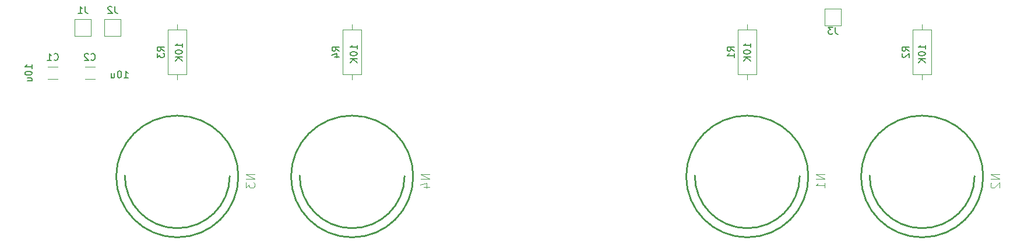
<source format=gbo>
%TF.GenerationSoftware,KiCad,Pcbnew,(5.1.9-0-10_14)*%
%TF.CreationDate,2021-02-12T19:32:22+01:00*%
%TF.ProjectId,nixie_clock,6e697869-655f-4636-9c6f-636b2e6b6963,v01*%
%TF.SameCoordinates,Original*%
%TF.FileFunction,Legend,Bot*%
%TF.FilePolarity,Positive*%
%FSLAX46Y46*%
G04 Gerber Fmt 4.6, Leading zero omitted, Abs format (unit mm)*
G04 Created by KiCad (PCBNEW (5.1.9-0-10_14)) date 2021-02-12 19:32:22*
%MOMM*%
%LPD*%
G01*
G04 APERTURE LIST*
%ADD10C,0.150000*%
%ADD11C,0.120000*%
%ADD12C,0.254000*%
%ADD13C,0.101600*%
G04 APERTURE END LIST*
D10*
X66174857Y-63952380D02*
X66746285Y-63952380D01*
X66460571Y-63952380D02*
X66460571Y-62952380D01*
X66555809Y-63095238D01*
X66651047Y-63190476D01*
X66746285Y-63238095D01*
X65555809Y-62952380D02*
X65460571Y-62952380D01*
X65365333Y-63000000D01*
X65317714Y-63047619D01*
X65270095Y-63142857D01*
X65222476Y-63333333D01*
X65222476Y-63571428D01*
X65270095Y-63761904D01*
X65317714Y-63857142D01*
X65365333Y-63904761D01*
X65460571Y-63952380D01*
X65555809Y-63952380D01*
X65651047Y-63904761D01*
X65698666Y-63857142D01*
X65746285Y-63761904D01*
X65793904Y-63571428D01*
X65793904Y-63333333D01*
X65746285Y-63142857D01*
X65698666Y-63047619D01*
X65651047Y-63000000D01*
X65555809Y-62952380D01*
X64365333Y-63285714D02*
X64365333Y-63952380D01*
X64793904Y-63285714D02*
X64793904Y-63809523D01*
X64746285Y-63904761D01*
X64651047Y-63952380D01*
X64508190Y-63952380D01*
X64412952Y-63904761D01*
X64365333Y-63857142D01*
X52776380Y-62603142D02*
X52776380Y-62031714D01*
X52776380Y-62317428D02*
X51776380Y-62317428D01*
X51919238Y-62222190D01*
X52014476Y-62126952D01*
X52062095Y-62031714D01*
X51776380Y-63222190D02*
X51776380Y-63317428D01*
X51824000Y-63412666D01*
X51871619Y-63460285D01*
X51966857Y-63507904D01*
X52157333Y-63555523D01*
X52395428Y-63555523D01*
X52585904Y-63507904D01*
X52681142Y-63460285D01*
X52728761Y-63412666D01*
X52776380Y-63317428D01*
X52776380Y-63222190D01*
X52728761Y-63126952D01*
X52681142Y-63079333D01*
X52585904Y-63031714D01*
X52395428Y-62984095D01*
X52157333Y-62984095D01*
X51966857Y-63031714D01*
X51871619Y-63079333D01*
X51824000Y-63126952D01*
X51776380Y-63222190D01*
X52109714Y-64412666D02*
X52776380Y-64412666D01*
X52109714Y-63984095D02*
X52633523Y-63984095D01*
X52728761Y-64031714D01*
X52776380Y-64126952D01*
X52776380Y-64269809D01*
X52728761Y-64365047D01*
X52681142Y-64412666D01*
X74620380Y-59507523D02*
X74620380Y-58936095D01*
X74620380Y-59221809D02*
X73620380Y-59221809D01*
X73763238Y-59126571D01*
X73858476Y-59031333D01*
X73906095Y-58936095D01*
X73620380Y-60126571D02*
X73620380Y-60221809D01*
X73668000Y-60317047D01*
X73715619Y-60364666D01*
X73810857Y-60412285D01*
X74001333Y-60459904D01*
X74239428Y-60459904D01*
X74429904Y-60412285D01*
X74525142Y-60364666D01*
X74572761Y-60317047D01*
X74620380Y-60221809D01*
X74620380Y-60126571D01*
X74572761Y-60031333D01*
X74525142Y-59983714D01*
X74429904Y-59936095D01*
X74239428Y-59888476D01*
X74001333Y-59888476D01*
X73810857Y-59936095D01*
X73715619Y-59983714D01*
X73668000Y-60031333D01*
X73620380Y-60126571D01*
X74620380Y-60888476D02*
X73620380Y-60888476D01*
X74620380Y-61459904D02*
X74048952Y-61031333D01*
X73620380Y-61459904D02*
X74191809Y-60888476D01*
X100020380Y-59761523D02*
X100020380Y-59190095D01*
X100020380Y-59475809D02*
X99020380Y-59475809D01*
X99163238Y-59380571D01*
X99258476Y-59285333D01*
X99306095Y-59190095D01*
X99020380Y-60380571D02*
X99020380Y-60475809D01*
X99068000Y-60571047D01*
X99115619Y-60618666D01*
X99210857Y-60666285D01*
X99401333Y-60713904D01*
X99639428Y-60713904D01*
X99829904Y-60666285D01*
X99925142Y-60618666D01*
X99972761Y-60571047D01*
X100020380Y-60475809D01*
X100020380Y-60380571D01*
X99972761Y-60285333D01*
X99925142Y-60237714D01*
X99829904Y-60190095D01*
X99639428Y-60142476D01*
X99401333Y-60142476D01*
X99210857Y-60190095D01*
X99115619Y-60237714D01*
X99068000Y-60285333D01*
X99020380Y-60380571D01*
X100020380Y-61142476D02*
X99020380Y-61142476D01*
X100020380Y-61713904D02*
X99448952Y-61285333D01*
X99020380Y-61713904D02*
X99591809Y-61142476D01*
X182570380Y-59761523D02*
X182570380Y-59190095D01*
X182570380Y-59475809D02*
X181570380Y-59475809D01*
X181713238Y-59380571D01*
X181808476Y-59285333D01*
X181856095Y-59190095D01*
X181570380Y-60380571D02*
X181570380Y-60475809D01*
X181618000Y-60571047D01*
X181665619Y-60618666D01*
X181760857Y-60666285D01*
X181951333Y-60713904D01*
X182189428Y-60713904D01*
X182379904Y-60666285D01*
X182475142Y-60618666D01*
X182522761Y-60571047D01*
X182570380Y-60475809D01*
X182570380Y-60380571D01*
X182522761Y-60285333D01*
X182475142Y-60237714D01*
X182379904Y-60190095D01*
X182189428Y-60142476D01*
X181951333Y-60142476D01*
X181760857Y-60190095D01*
X181665619Y-60237714D01*
X181618000Y-60285333D01*
X181570380Y-60380571D01*
X182570380Y-61142476D02*
X181570380Y-61142476D01*
X182570380Y-61713904D02*
X181998952Y-61285333D01*
X181570380Y-61713904D02*
X182141809Y-61142476D01*
X157170380Y-59507523D02*
X157170380Y-58936095D01*
X157170380Y-59221809D02*
X156170380Y-59221809D01*
X156313238Y-59126571D01*
X156408476Y-59031333D01*
X156456095Y-58936095D01*
X156170380Y-60126571D02*
X156170380Y-60221809D01*
X156218000Y-60317047D01*
X156265619Y-60364666D01*
X156360857Y-60412285D01*
X156551333Y-60459904D01*
X156789428Y-60459904D01*
X156979904Y-60412285D01*
X157075142Y-60364666D01*
X157122761Y-60317047D01*
X157170380Y-60221809D01*
X157170380Y-60126571D01*
X157122761Y-60031333D01*
X157075142Y-59983714D01*
X156979904Y-59936095D01*
X156789428Y-59888476D01*
X156551333Y-59888476D01*
X156360857Y-59936095D01*
X156265619Y-59983714D01*
X156218000Y-60031333D01*
X156170380Y-60126571D01*
X157170380Y-60888476D02*
X156170380Y-60888476D01*
X157170380Y-61459904D02*
X156598952Y-61031333D01*
X156170380Y-61459904D02*
X156741809Y-60888476D01*
D11*
%TO.C,R2*%
X180748000Y-56928000D02*
X183488000Y-56928000D01*
X183488000Y-56928000D02*
X183488000Y-63468000D01*
X183488000Y-63468000D02*
X180748000Y-63468000D01*
X180748000Y-63468000D02*
X180748000Y-56928000D01*
X182118000Y-56158000D02*
X182118000Y-56928000D01*
X182118000Y-64238000D02*
X182118000Y-63468000D01*
D12*
%TO.C,N2*%
X190990220Y-78323440D02*
G75*
G03*
X190990220Y-78323440I-8872220J0D01*
G01*
X189738000Y-78323440D02*
G75*
G02*
X174498000Y-78165960I-7620000J78740D01*
G01*
%TO.C,N3*%
X82786220Y-78323440D02*
G75*
G03*
X82786220Y-78323440I-8872220J0D01*
G01*
X81534000Y-78323440D02*
G75*
G02*
X66294000Y-78165960I-7620000J78740D01*
G01*
%TO.C,N4*%
X108186220Y-78323440D02*
G75*
G03*
X108186220Y-78323440I-8872220J0D01*
G01*
X106934000Y-78323440D02*
G75*
G02*
X91694000Y-78165960I-7620000J78740D01*
G01*
D11*
%TO.C,R1*%
X155348000Y-56928000D02*
X158088000Y-56928000D01*
X158088000Y-56928000D02*
X158088000Y-63468000D01*
X158088000Y-63468000D02*
X155348000Y-63468000D01*
X155348000Y-63468000D02*
X155348000Y-56928000D01*
X156718000Y-56158000D02*
X156718000Y-56928000D01*
X156718000Y-64238000D02*
X156718000Y-63468000D01*
%TO.C,R3*%
X73914000Y-64238000D02*
X73914000Y-63468000D01*
X73914000Y-56158000D02*
X73914000Y-56928000D01*
X72544000Y-63468000D02*
X72544000Y-56928000D01*
X75284000Y-63468000D02*
X72544000Y-63468000D01*
X75284000Y-56928000D02*
X75284000Y-63468000D01*
X72544000Y-56928000D02*
X75284000Y-56928000D01*
%TO.C,R4*%
X99314000Y-64238000D02*
X99314000Y-63468000D01*
X99314000Y-56158000D02*
X99314000Y-56928000D01*
X97944000Y-63468000D02*
X97944000Y-56928000D01*
X100684000Y-63468000D02*
X97944000Y-63468000D01*
X100684000Y-56928000D02*
X100684000Y-63468000D01*
X97944000Y-56928000D02*
X100684000Y-56928000D01*
D12*
%TO.C,N1*%
X165590220Y-78323440D02*
G75*
G03*
X165590220Y-78323440I-8872220J0D01*
G01*
X164338000Y-78323440D02*
G75*
G02*
X149098000Y-78165960I-7620000J78740D01*
G01*
D11*
%TO.C,C1*%
X55130248Y-64156000D02*
X56552752Y-64156000D01*
X55130248Y-62336000D02*
X56552752Y-62336000D01*
%TO.C,C2*%
X61925252Y-64156000D02*
X60502748Y-64156000D01*
X61925252Y-62336000D02*
X60502748Y-62336000D01*
%TO.C,J2*%
X63316000Y-55442000D02*
X63316000Y-57842000D01*
X65716000Y-55442000D02*
X63316000Y-55442000D01*
X65716000Y-57842000D02*
X65716000Y-55442000D01*
X63316000Y-57842000D02*
X65716000Y-57842000D01*
%TO.C,J3*%
X167964000Y-56318000D02*
X170364000Y-56318000D01*
X170364000Y-56318000D02*
X170364000Y-53918000D01*
X170364000Y-53918000D02*
X167964000Y-53918000D01*
X167964000Y-53918000D02*
X167964000Y-56318000D01*
%TO.C,J1*%
X58998000Y-57842000D02*
X61398000Y-57842000D01*
X61398000Y-57842000D02*
X61398000Y-55442000D01*
X61398000Y-55442000D02*
X58998000Y-55442000D01*
X58998000Y-55442000D02*
X58998000Y-57842000D01*
%TO.C,R2*%
D10*
X180200380Y-60031333D02*
X179724190Y-59698000D01*
X180200380Y-59459904D02*
X179200380Y-59459904D01*
X179200380Y-59840857D01*
X179248000Y-59936095D01*
X179295619Y-59983714D01*
X179390857Y-60031333D01*
X179533714Y-60031333D01*
X179628952Y-59983714D01*
X179676571Y-59936095D01*
X179724190Y-59840857D01*
X179724190Y-59459904D01*
X179295619Y-60412285D02*
X179248000Y-60459904D01*
X179200380Y-60555142D01*
X179200380Y-60793238D01*
X179248000Y-60888476D01*
X179295619Y-60936095D01*
X179390857Y-60983714D01*
X179486095Y-60983714D01*
X179628952Y-60936095D01*
X180200380Y-60364666D01*
X180200380Y-60983714D01*
%TO.C,N2*%
D13*
X193327503Y-77990820D02*
X192057503Y-77990820D01*
X193327503Y-78716535D01*
X192057503Y-78716535D01*
X192178456Y-79260820D02*
X192117980Y-79321297D01*
X192057503Y-79442249D01*
X192057503Y-79744630D01*
X192117980Y-79865582D01*
X192178456Y-79926059D01*
X192299408Y-79986535D01*
X192420360Y-79986535D01*
X192601789Y-79926059D01*
X193327503Y-79200344D01*
X193327503Y-79986535D01*
%TO.C,N3*%
X85123503Y-77990820D02*
X83853503Y-77990820D01*
X85123503Y-78716535D01*
X83853503Y-78716535D01*
X83853503Y-79200344D02*
X83853503Y-79986535D01*
X84337313Y-79563201D01*
X84337313Y-79744630D01*
X84397789Y-79865582D01*
X84458265Y-79926059D01*
X84579218Y-79986535D01*
X84881599Y-79986535D01*
X85002551Y-79926059D01*
X85063027Y-79865582D01*
X85123503Y-79744630D01*
X85123503Y-79381773D01*
X85063027Y-79260820D01*
X85002551Y-79200344D01*
%TO.C,N4*%
X110523503Y-77990820D02*
X109253503Y-77990820D01*
X110523503Y-78716535D01*
X109253503Y-78716535D01*
X109676837Y-79865582D02*
X110523503Y-79865582D01*
X109193027Y-79563201D02*
X110100170Y-79260820D01*
X110100170Y-80047011D01*
%TO.C,R1*%
D10*
X154800380Y-60031333D02*
X154324190Y-59698000D01*
X154800380Y-59459904D02*
X153800380Y-59459904D01*
X153800380Y-59840857D01*
X153848000Y-59936095D01*
X153895619Y-59983714D01*
X153990857Y-60031333D01*
X154133714Y-60031333D01*
X154228952Y-59983714D01*
X154276571Y-59936095D01*
X154324190Y-59840857D01*
X154324190Y-59459904D01*
X154800380Y-60983714D02*
X154800380Y-60412285D01*
X154800380Y-60698000D02*
X153800380Y-60698000D01*
X153943238Y-60602761D01*
X154038476Y-60507523D01*
X154086095Y-60412285D01*
%TO.C,R3*%
X71996380Y-60031333D02*
X71520190Y-59698000D01*
X71996380Y-59459904D02*
X70996380Y-59459904D01*
X70996380Y-59840857D01*
X71044000Y-59936095D01*
X71091619Y-59983714D01*
X71186857Y-60031333D01*
X71329714Y-60031333D01*
X71424952Y-59983714D01*
X71472571Y-59936095D01*
X71520190Y-59840857D01*
X71520190Y-59459904D01*
X70996380Y-60364666D02*
X70996380Y-60983714D01*
X71377333Y-60650380D01*
X71377333Y-60793238D01*
X71424952Y-60888476D01*
X71472571Y-60936095D01*
X71567809Y-60983714D01*
X71805904Y-60983714D01*
X71901142Y-60936095D01*
X71948761Y-60888476D01*
X71996380Y-60793238D01*
X71996380Y-60507523D01*
X71948761Y-60412285D01*
X71901142Y-60364666D01*
%TO.C,R4*%
X97396380Y-60031333D02*
X96920190Y-59698000D01*
X97396380Y-59459904D02*
X96396380Y-59459904D01*
X96396380Y-59840857D01*
X96444000Y-59936095D01*
X96491619Y-59983714D01*
X96586857Y-60031333D01*
X96729714Y-60031333D01*
X96824952Y-59983714D01*
X96872571Y-59936095D01*
X96920190Y-59840857D01*
X96920190Y-59459904D01*
X96729714Y-60888476D02*
X97396380Y-60888476D01*
X96348761Y-60650380D02*
X97063047Y-60412285D01*
X97063047Y-61031333D01*
%TO.C,N1*%
D13*
X167927503Y-77990820D02*
X166657503Y-77990820D01*
X167927503Y-78716535D01*
X166657503Y-78716535D01*
X167927503Y-79986535D02*
X167927503Y-79260820D01*
X167927503Y-79623678D02*
X166657503Y-79623678D01*
X166838932Y-79502725D01*
X166959884Y-79381773D01*
X167020360Y-79260820D01*
%TO.C,C1*%
D10*
X56008166Y-61317142D02*
X56055785Y-61364761D01*
X56198642Y-61412380D01*
X56293880Y-61412380D01*
X56436738Y-61364761D01*
X56531976Y-61269523D01*
X56579595Y-61174285D01*
X56627214Y-60983809D01*
X56627214Y-60840952D01*
X56579595Y-60650476D01*
X56531976Y-60555238D01*
X56436738Y-60460000D01*
X56293880Y-60412380D01*
X56198642Y-60412380D01*
X56055785Y-60460000D01*
X56008166Y-60507619D01*
X55055785Y-61412380D02*
X55627214Y-61412380D01*
X55341500Y-61412380D02*
X55341500Y-60412380D01*
X55436738Y-60555238D01*
X55531976Y-60650476D01*
X55627214Y-60698095D01*
%TO.C,C2*%
X61380666Y-61317142D02*
X61428285Y-61364761D01*
X61571142Y-61412380D01*
X61666380Y-61412380D01*
X61809238Y-61364761D01*
X61904476Y-61269523D01*
X61952095Y-61174285D01*
X61999714Y-60983809D01*
X61999714Y-60840952D01*
X61952095Y-60650476D01*
X61904476Y-60555238D01*
X61809238Y-60460000D01*
X61666380Y-60412380D01*
X61571142Y-60412380D01*
X61428285Y-60460000D01*
X61380666Y-60507619D01*
X60999714Y-60507619D02*
X60952095Y-60460000D01*
X60856857Y-60412380D01*
X60618761Y-60412380D01*
X60523523Y-60460000D01*
X60475904Y-60507619D01*
X60428285Y-60602857D01*
X60428285Y-60698095D01*
X60475904Y-60840952D01*
X61047333Y-61412380D01*
X60428285Y-61412380D01*
%TO.C,J2*%
X64849333Y-53554380D02*
X64849333Y-54268666D01*
X64896952Y-54411523D01*
X64992190Y-54506761D01*
X65135047Y-54554380D01*
X65230285Y-54554380D01*
X64420761Y-53649619D02*
X64373142Y-53602000D01*
X64277904Y-53554380D01*
X64039809Y-53554380D01*
X63944571Y-53602000D01*
X63896952Y-53649619D01*
X63849333Y-53744857D01*
X63849333Y-53840095D01*
X63896952Y-53982952D01*
X64468380Y-54554380D01*
X63849333Y-54554380D01*
%TO.C,J3*%
X169497333Y-56568380D02*
X169497333Y-57282666D01*
X169544952Y-57425523D01*
X169640190Y-57520761D01*
X169783047Y-57568380D01*
X169878285Y-57568380D01*
X169116380Y-56568380D02*
X168497333Y-56568380D01*
X168830666Y-56949333D01*
X168687809Y-56949333D01*
X168592571Y-56996952D01*
X168544952Y-57044571D01*
X168497333Y-57139809D01*
X168497333Y-57377904D01*
X168544952Y-57473142D01*
X168592571Y-57520761D01*
X168687809Y-57568380D01*
X168973523Y-57568380D01*
X169068761Y-57520761D01*
X169116380Y-57473142D01*
%TO.C,J1*%
X60531333Y-53554380D02*
X60531333Y-54268666D01*
X60578952Y-54411523D01*
X60674190Y-54506761D01*
X60817047Y-54554380D01*
X60912285Y-54554380D01*
X59531333Y-54554380D02*
X60102761Y-54554380D01*
X59817047Y-54554380D02*
X59817047Y-53554380D01*
X59912285Y-53697238D01*
X60007523Y-53792476D01*
X60102761Y-53840095D01*
%TD*%
M02*

</source>
